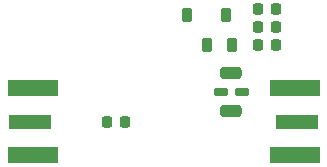
<source format=gbr>
%TF.GenerationSoftware,KiCad,Pcbnew,7.0.1*%
%TF.CreationDate,2023-06-23T15:30:34-04:00*%
%TF.ProjectId,bias-t,62696173-2d74-42e6-9b69-6361645f7063,1*%
%TF.SameCoordinates,Original*%
%TF.FileFunction,Paste,Top*%
%TF.FilePolarity,Positive*%
%FSLAX46Y46*%
G04 Gerber Fmt 4.6, Leading zero omitted, Abs format (unit mm)*
G04 Created by KiCad (PCBNEW 7.0.1) date 2023-06-23 15:30:34*
%MOMM*%
%LPD*%
G01*
G04 APERTURE LIST*
G04 Aperture macros list*
%AMRoundRect*
0 Rectangle with rounded corners*
0 $1 Rounding radius*
0 $2 $3 $4 $5 $6 $7 $8 $9 X,Y pos of 4 corners*
0 Add a 4 corners polygon primitive as box body*
4,1,4,$2,$3,$4,$5,$6,$7,$8,$9,$2,$3,0*
0 Add four circle primitives for the rounded corners*
1,1,$1+$1,$2,$3*
1,1,$1+$1,$4,$5*
1,1,$1+$1,$6,$7*
1,1,$1+$1,$8,$9*
0 Add four rect primitives between the rounded corners*
20,1,$1+$1,$2,$3,$4,$5,0*
20,1,$1+$1,$4,$5,$6,$7,0*
20,1,$1+$1,$6,$7,$8,$9,0*
20,1,$1+$1,$8,$9,$2,$3,0*%
G04 Aperture macros list end*
%ADD10RoundRect,0.225000X-0.225000X-0.250000X0.225000X-0.250000X0.225000X0.250000X-0.225000X0.250000X0*%
%ADD11RoundRect,0.225000X0.225000X0.375000X-0.225000X0.375000X-0.225000X-0.375000X0.225000X-0.375000X0*%
%ADD12RoundRect,0.249600X-0.650400X0.270400X-0.650400X-0.270400X0.650400X-0.270400X0.650400X0.270400X0*%
%ADD13RoundRect,0.152500X-0.470000X0.152500X-0.470000X-0.152500X0.470000X-0.152500X0.470000X0.152500X0*%
%ADD14R,3.600000X1.270000*%
%ADD15R,4.200000X1.350000*%
%ADD16RoundRect,0.218750X-0.218750X-0.381250X0.218750X-0.381250X0.218750X0.381250X-0.218750X0.381250X0*%
G04 APERTURE END LIST*
D10*
%TO.C,C6*%
X131225000Y-111000000D03*
X132775000Y-111000000D03*
%TD*%
%TO.C,C2*%
X131225000Y-109500000D03*
X132775000Y-109500000D03*
%TD*%
D11*
%TO.C,D1*%
X128500000Y-110000000D03*
X125200000Y-110000000D03*
%TD*%
D12*
%TO.C,FL2*%
X129000000Y-114875000D03*
D13*
X128072500Y-116500000D03*
D12*
X129000000Y-118125000D03*
D13*
X129927500Y-116500000D03*
%TD*%
D10*
%TO.C,C1*%
X118450000Y-119000000D03*
X120000000Y-119000000D03*
%TD*%
D14*
%TO.C,J3*%
X111962500Y-119000000D03*
D15*
X112162500Y-116175000D03*
X112162500Y-121825000D03*
%TD*%
D14*
%TO.C,J1*%
X134537500Y-119000000D03*
D15*
X134337500Y-121825000D03*
X134337500Y-116175000D03*
%TD*%
D10*
%TO.C,C7*%
X131225000Y-112500000D03*
X132775000Y-112500000D03*
%TD*%
D16*
%TO.C,FB1*%
X126937500Y-112500000D03*
X129062500Y-112500000D03*
%TD*%
M02*

</source>
